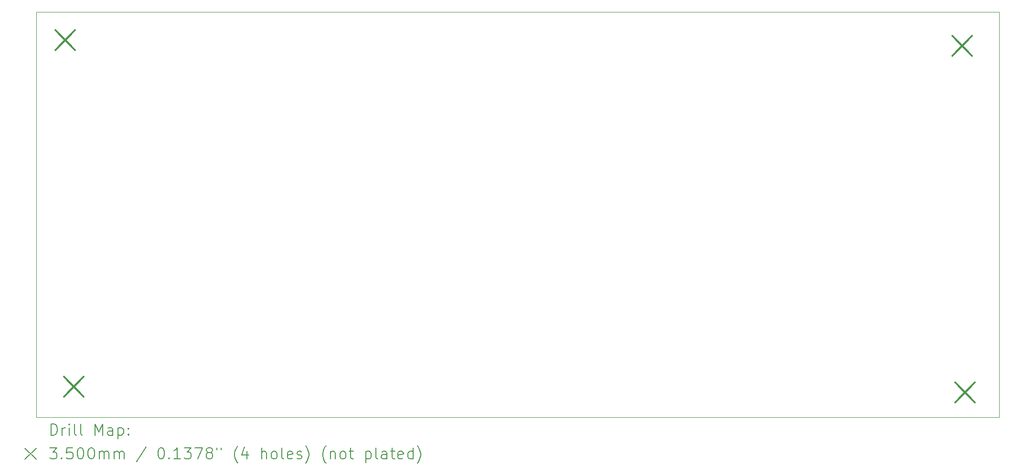
<source format=gbr>
%TF.GenerationSoftware,KiCad,Pcbnew,7.0.5*%
%TF.CreationDate,2024-01-10T23:37:01+05:30*%
%TF.ProjectId,Shutdown Circuit,53687574-646f-4776-9e20-436972637569,rev?*%
%TF.SameCoordinates,Original*%
%TF.FileFunction,Drillmap*%
%TF.FilePolarity,Positive*%
%FSLAX45Y45*%
G04 Gerber Fmt 4.5, Leading zero omitted, Abs format (unit mm)*
G04 Created by KiCad (PCBNEW 7.0.5) date 2024-01-10 23:37:01*
%MOMM*%
%LPD*%
G01*
G04 APERTURE LIST*
%ADD10C,0.100000*%
%ADD11C,0.200000*%
%ADD12C,0.350000*%
G04 APERTURE END LIST*
D10*
X3350260Y-2291080D02*
X20416520Y-2291080D01*
X20416520Y-9484360D01*
X3350260Y-9484360D01*
X3350260Y-2291080D01*
D11*
D12*
X3685800Y-2619000D02*
X4035800Y-2969000D01*
X4035800Y-2619000D02*
X3685800Y-2969000D01*
X3838200Y-8765800D02*
X4188200Y-9115800D01*
X4188200Y-8765800D02*
X3838200Y-9115800D01*
X19586200Y-2720600D02*
X19936200Y-3070600D01*
X19936200Y-2720600D02*
X19586200Y-3070600D01*
X19637000Y-8867400D02*
X19987000Y-9217400D01*
X19987000Y-8867400D02*
X19637000Y-9217400D01*
D11*
X3606037Y-9800844D02*
X3606037Y-9600844D01*
X3606037Y-9600844D02*
X3653656Y-9600844D01*
X3653656Y-9600844D02*
X3682227Y-9610368D01*
X3682227Y-9610368D02*
X3701275Y-9629415D01*
X3701275Y-9629415D02*
X3710799Y-9648463D01*
X3710799Y-9648463D02*
X3720322Y-9686558D01*
X3720322Y-9686558D02*
X3720322Y-9715130D01*
X3720322Y-9715130D02*
X3710799Y-9753225D01*
X3710799Y-9753225D02*
X3701275Y-9772272D01*
X3701275Y-9772272D02*
X3682227Y-9791320D01*
X3682227Y-9791320D02*
X3653656Y-9800844D01*
X3653656Y-9800844D02*
X3606037Y-9800844D01*
X3806037Y-9800844D02*
X3806037Y-9667510D01*
X3806037Y-9705606D02*
X3815561Y-9686558D01*
X3815561Y-9686558D02*
X3825084Y-9677034D01*
X3825084Y-9677034D02*
X3844132Y-9667510D01*
X3844132Y-9667510D02*
X3863180Y-9667510D01*
X3929846Y-9800844D02*
X3929846Y-9667510D01*
X3929846Y-9600844D02*
X3920322Y-9610368D01*
X3920322Y-9610368D02*
X3929846Y-9619891D01*
X3929846Y-9619891D02*
X3939370Y-9610368D01*
X3939370Y-9610368D02*
X3929846Y-9600844D01*
X3929846Y-9600844D02*
X3929846Y-9619891D01*
X4053656Y-9800844D02*
X4034608Y-9791320D01*
X4034608Y-9791320D02*
X4025084Y-9772272D01*
X4025084Y-9772272D02*
X4025084Y-9600844D01*
X4158418Y-9800844D02*
X4139370Y-9791320D01*
X4139370Y-9791320D02*
X4129846Y-9772272D01*
X4129846Y-9772272D02*
X4129846Y-9600844D01*
X4386989Y-9800844D02*
X4386989Y-9600844D01*
X4386989Y-9600844D02*
X4453656Y-9743701D01*
X4453656Y-9743701D02*
X4520323Y-9600844D01*
X4520323Y-9600844D02*
X4520323Y-9800844D01*
X4701275Y-9800844D02*
X4701275Y-9696082D01*
X4701275Y-9696082D02*
X4691751Y-9677034D01*
X4691751Y-9677034D02*
X4672704Y-9667510D01*
X4672704Y-9667510D02*
X4634608Y-9667510D01*
X4634608Y-9667510D02*
X4615561Y-9677034D01*
X4701275Y-9791320D02*
X4682227Y-9800844D01*
X4682227Y-9800844D02*
X4634608Y-9800844D01*
X4634608Y-9800844D02*
X4615561Y-9791320D01*
X4615561Y-9791320D02*
X4606037Y-9772272D01*
X4606037Y-9772272D02*
X4606037Y-9753225D01*
X4606037Y-9753225D02*
X4615561Y-9734177D01*
X4615561Y-9734177D02*
X4634608Y-9724653D01*
X4634608Y-9724653D02*
X4682227Y-9724653D01*
X4682227Y-9724653D02*
X4701275Y-9715130D01*
X4796513Y-9667510D02*
X4796513Y-9867510D01*
X4796513Y-9677034D02*
X4815561Y-9667510D01*
X4815561Y-9667510D02*
X4853656Y-9667510D01*
X4853656Y-9667510D02*
X4872704Y-9677034D01*
X4872704Y-9677034D02*
X4882227Y-9686558D01*
X4882227Y-9686558D02*
X4891751Y-9705606D01*
X4891751Y-9705606D02*
X4891751Y-9762749D01*
X4891751Y-9762749D02*
X4882227Y-9781796D01*
X4882227Y-9781796D02*
X4872704Y-9791320D01*
X4872704Y-9791320D02*
X4853656Y-9800844D01*
X4853656Y-9800844D02*
X4815561Y-9800844D01*
X4815561Y-9800844D02*
X4796513Y-9791320D01*
X4977465Y-9781796D02*
X4986989Y-9791320D01*
X4986989Y-9791320D02*
X4977465Y-9800844D01*
X4977465Y-9800844D02*
X4967942Y-9791320D01*
X4967942Y-9791320D02*
X4977465Y-9781796D01*
X4977465Y-9781796D02*
X4977465Y-9800844D01*
X4977465Y-9677034D02*
X4986989Y-9686558D01*
X4986989Y-9686558D02*
X4977465Y-9696082D01*
X4977465Y-9696082D02*
X4967942Y-9686558D01*
X4967942Y-9686558D02*
X4977465Y-9677034D01*
X4977465Y-9677034D02*
X4977465Y-9696082D01*
X3145260Y-10029360D02*
X3345260Y-10229360D01*
X3345260Y-10029360D02*
X3145260Y-10229360D01*
X3586989Y-10020844D02*
X3710799Y-10020844D01*
X3710799Y-10020844D02*
X3644132Y-10097034D01*
X3644132Y-10097034D02*
X3672703Y-10097034D01*
X3672703Y-10097034D02*
X3691751Y-10106558D01*
X3691751Y-10106558D02*
X3701275Y-10116082D01*
X3701275Y-10116082D02*
X3710799Y-10135130D01*
X3710799Y-10135130D02*
X3710799Y-10182749D01*
X3710799Y-10182749D02*
X3701275Y-10201796D01*
X3701275Y-10201796D02*
X3691751Y-10211320D01*
X3691751Y-10211320D02*
X3672703Y-10220844D01*
X3672703Y-10220844D02*
X3615561Y-10220844D01*
X3615561Y-10220844D02*
X3596513Y-10211320D01*
X3596513Y-10211320D02*
X3586989Y-10201796D01*
X3796513Y-10201796D02*
X3806037Y-10211320D01*
X3806037Y-10211320D02*
X3796513Y-10220844D01*
X3796513Y-10220844D02*
X3786989Y-10211320D01*
X3786989Y-10211320D02*
X3796513Y-10201796D01*
X3796513Y-10201796D02*
X3796513Y-10220844D01*
X3986989Y-10020844D02*
X3891751Y-10020844D01*
X3891751Y-10020844D02*
X3882227Y-10116082D01*
X3882227Y-10116082D02*
X3891751Y-10106558D01*
X3891751Y-10106558D02*
X3910799Y-10097034D01*
X3910799Y-10097034D02*
X3958418Y-10097034D01*
X3958418Y-10097034D02*
X3977465Y-10106558D01*
X3977465Y-10106558D02*
X3986989Y-10116082D01*
X3986989Y-10116082D02*
X3996513Y-10135130D01*
X3996513Y-10135130D02*
X3996513Y-10182749D01*
X3996513Y-10182749D02*
X3986989Y-10201796D01*
X3986989Y-10201796D02*
X3977465Y-10211320D01*
X3977465Y-10211320D02*
X3958418Y-10220844D01*
X3958418Y-10220844D02*
X3910799Y-10220844D01*
X3910799Y-10220844D02*
X3891751Y-10211320D01*
X3891751Y-10211320D02*
X3882227Y-10201796D01*
X4120322Y-10020844D02*
X4139370Y-10020844D01*
X4139370Y-10020844D02*
X4158418Y-10030368D01*
X4158418Y-10030368D02*
X4167942Y-10039891D01*
X4167942Y-10039891D02*
X4177465Y-10058939D01*
X4177465Y-10058939D02*
X4186989Y-10097034D01*
X4186989Y-10097034D02*
X4186989Y-10144653D01*
X4186989Y-10144653D02*
X4177465Y-10182749D01*
X4177465Y-10182749D02*
X4167942Y-10201796D01*
X4167942Y-10201796D02*
X4158418Y-10211320D01*
X4158418Y-10211320D02*
X4139370Y-10220844D01*
X4139370Y-10220844D02*
X4120322Y-10220844D01*
X4120322Y-10220844D02*
X4101275Y-10211320D01*
X4101275Y-10211320D02*
X4091751Y-10201796D01*
X4091751Y-10201796D02*
X4082227Y-10182749D01*
X4082227Y-10182749D02*
X4072703Y-10144653D01*
X4072703Y-10144653D02*
X4072703Y-10097034D01*
X4072703Y-10097034D02*
X4082227Y-10058939D01*
X4082227Y-10058939D02*
X4091751Y-10039891D01*
X4091751Y-10039891D02*
X4101275Y-10030368D01*
X4101275Y-10030368D02*
X4120322Y-10020844D01*
X4310799Y-10020844D02*
X4329846Y-10020844D01*
X4329846Y-10020844D02*
X4348894Y-10030368D01*
X4348894Y-10030368D02*
X4358418Y-10039891D01*
X4358418Y-10039891D02*
X4367942Y-10058939D01*
X4367942Y-10058939D02*
X4377465Y-10097034D01*
X4377465Y-10097034D02*
X4377465Y-10144653D01*
X4377465Y-10144653D02*
X4367942Y-10182749D01*
X4367942Y-10182749D02*
X4358418Y-10201796D01*
X4358418Y-10201796D02*
X4348894Y-10211320D01*
X4348894Y-10211320D02*
X4329846Y-10220844D01*
X4329846Y-10220844D02*
X4310799Y-10220844D01*
X4310799Y-10220844D02*
X4291751Y-10211320D01*
X4291751Y-10211320D02*
X4282227Y-10201796D01*
X4282227Y-10201796D02*
X4272704Y-10182749D01*
X4272704Y-10182749D02*
X4263180Y-10144653D01*
X4263180Y-10144653D02*
X4263180Y-10097034D01*
X4263180Y-10097034D02*
X4272704Y-10058939D01*
X4272704Y-10058939D02*
X4282227Y-10039891D01*
X4282227Y-10039891D02*
X4291751Y-10030368D01*
X4291751Y-10030368D02*
X4310799Y-10020844D01*
X4463180Y-10220844D02*
X4463180Y-10087510D01*
X4463180Y-10106558D02*
X4472704Y-10097034D01*
X4472704Y-10097034D02*
X4491751Y-10087510D01*
X4491751Y-10087510D02*
X4520323Y-10087510D01*
X4520323Y-10087510D02*
X4539370Y-10097034D01*
X4539370Y-10097034D02*
X4548894Y-10116082D01*
X4548894Y-10116082D02*
X4548894Y-10220844D01*
X4548894Y-10116082D02*
X4558418Y-10097034D01*
X4558418Y-10097034D02*
X4577465Y-10087510D01*
X4577465Y-10087510D02*
X4606037Y-10087510D01*
X4606037Y-10087510D02*
X4625085Y-10097034D01*
X4625085Y-10097034D02*
X4634608Y-10116082D01*
X4634608Y-10116082D02*
X4634608Y-10220844D01*
X4729846Y-10220844D02*
X4729846Y-10087510D01*
X4729846Y-10106558D02*
X4739370Y-10097034D01*
X4739370Y-10097034D02*
X4758418Y-10087510D01*
X4758418Y-10087510D02*
X4786989Y-10087510D01*
X4786989Y-10087510D02*
X4806037Y-10097034D01*
X4806037Y-10097034D02*
X4815561Y-10116082D01*
X4815561Y-10116082D02*
X4815561Y-10220844D01*
X4815561Y-10116082D02*
X4825085Y-10097034D01*
X4825085Y-10097034D02*
X4844132Y-10087510D01*
X4844132Y-10087510D02*
X4872704Y-10087510D01*
X4872704Y-10087510D02*
X4891751Y-10097034D01*
X4891751Y-10097034D02*
X4901275Y-10116082D01*
X4901275Y-10116082D02*
X4901275Y-10220844D01*
X5291751Y-10011320D02*
X5120323Y-10268463D01*
X5548894Y-10020844D02*
X5567942Y-10020844D01*
X5567942Y-10020844D02*
X5586989Y-10030368D01*
X5586989Y-10030368D02*
X5596513Y-10039891D01*
X5596513Y-10039891D02*
X5606037Y-10058939D01*
X5606037Y-10058939D02*
X5615561Y-10097034D01*
X5615561Y-10097034D02*
X5615561Y-10144653D01*
X5615561Y-10144653D02*
X5606037Y-10182749D01*
X5606037Y-10182749D02*
X5596513Y-10201796D01*
X5596513Y-10201796D02*
X5586989Y-10211320D01*
X5586989Y-10211320D02*
X5567942Y-10220844D01*
X5567942Y-10220844D02*
X5548894Y-10220844D01*
X5548894Y-10220844D02*
X5529847Y-10211320D01*
X5529847Y-10211320D02*
X5520323Y-10201796D01*
X5520323Y-10201796D02*
X5510799Y-10182749D01*
X5510799Y-10182749D02*
X5501275Y-10144653D01*
X5501275Y-10144653D02*
X5501275Y-10097034D01*
X5501275Y-10097034D02*
X5510799Y-10058939D01*
X5510799Y-10058939D02*
X5520323Y-10039891D01*
X5520323Y-10039891D02*
X5529847Y-10030368D01*
X5529847Y-10030368D02*
X5548894Y-10020844D01*
X5701275Y-10201796D02*
X5710799Y-10211320D01*
X5710799Y-10211320D02*
X5701275Y-10220844D01*
X5701275Y-10220844D02*
X5691751Y-10211320D01*
X5691751Y-10211320D02*
X5701275Y-10201796D01*
X5701275Y-10201796D02*
X5701275Y-10220844D01*
X5901275Y-10220844D02*
X5786989Y-10220844D01*
X5844132Y-10220844D02*
X5844132Y-10020844D01*
X5844132Y-10020844D02*
X5825085Y-10049415D01*
X5825085Y-10049415D02*
X5806037Y-10068463D01*
X5806037Y-10068463D02*
X5786989Y-10077987D01*
X5967942Y-10020844D02*
X6091751Y-10020844D01*
X6091751Y-10020844D02*
X6025085Y-10097034D01*
X6025085Y-10097034D02*
X6053656Y-10097034D01*
X6053656Y-10097034D02*
X6072704Y-10106558D01*
X6072704Y-10106558D02*
X6082227Y-10116082D01*
X6082227Y-10116082D02*
X6091751Y-10135130D01*
X6091751Y-10135130D02*
X6091751Y-10182749D01*
X6091751Y-10182749D02*
X6082227Y-10201796D01*
X6082227Y-10201796D02*
X6072704Y-10211320D01*
X6072704Y-10211320D02*
X6053656Y-10220844D01*
X6053656Y-10220844D02*
X5996513Y-10220844D01*
X5996513Y-10220844D02*
X5977466Y-10211320D01*
X5977466Y-10211320D02*
X5967942Y-10201796D01*
X6158418Y-10020844D02*
X6291751Y-10020844D01*
X6291751Y-10020844D02*
X6206037Y-10220844D01*
X6396513Y-10106558D02*
X6377466Y-10097034D01*
X6377466Y-10097034D02*
X6367942Y-10087510D01*
X6367942Y-10087510D02*
X6358418Y-10068463D01*
X6358418Y-10068463D02*
X6358418Y-10058939D01*
X6358418Y-10058939D02*
X6367942Y-10039891D01*
X6367942Y-10039891D02*
X6377466Y-10030368D01*
X6377466Y-10030368D02*
X6396513Y-10020844D01*
X6396513Y-10020844D02*
X6434608Y-10020844D01*
X6434608Y-10020844D02*
X6453656Y-10030368D01*
X6453656Y-10030368D02*
X6463180Y-10039891D01*
X6463180Y-10039891D02*
X6472704Y-10058939D01*
X6472704Y-10058939D02*
X6472704Y-10068463D01*
X6472704Y-10068463D02*
X6463180Y-10087510D01*
X6463180Y-10087510D02*
X6453656Y-10097034D01*
X6453656Y-10097034D02*
X6434608Y-10106558D01*
X6434608Y-10106558D02*
X6396513Y-10106558D01*
X6396513Y-10106558D02*
X6377466Y-10116082D01*
X6377466Y-10116082D02*
X6367942Y-10125606D01*
X6367942Y-10125606D02*
X6358418Y-10144653D01*
X6358418Y-10144653D02*
X6358418Y-10182749D01*
X6358418Y-10182749D02*
X6367942Y-10201796D01*
X6367942Y-10201796D02*
X6377466Y-10211320D01*
X6377466Y-10211320D02*
X6396513Y-10220844D01*
X6396513Y-10220844D02*
X6434608Y-10220844D01*
X6434608Y-10220844D02*
X6453656Y-10211320D01*
X6453656Y-10211320D02*
X6463180Y-10201796D01*
X6463180Y-10201796D02*
X6472704Y-10182749D01*
X6472704Y-10182749D02*
X6472704Y-10144653D01*
X6472704Y-10144653D02*
X6463180Y-10125606D01*
X6463180Y-10125606D02*
X6453656Y-10116082D01*
X6453656Y-10116082D02*
X6434608Y-10106558D01*
X6548894Y-10020844D02*
X6548894Y-10058939D01*
X6625085Y-10020844D02*
X6625085Y-10058939D01*
X6920323Y-10297034D02*
X6910799Y-10287510D01*
X6910799Y-10287510D02*
X6891751Y-10258939D01*
X6891751Y-10258939D02*
X6882228Y-10239891D01*
X6882228Y-10239891D02*
X6872704Y-10211320D01*
X6872704Y-10211320D02*
X6863180Y-10163701D01*
X6863180Y-10163701D02*
X6863180Y-10125606D01*
X6863180Y-10125606D02*
X6872704Y-10077987D01*
X6872704Y-10077987D02*
X6882228Y-10049415D01*
X6882228Y-10049415D02*
X6891751Y-10030368D01*
X6891751Y-10030368D02*
X6910799Y-10001796D01*
X6910799Y-10001796D02*
X6920323Y-9992272D01*
X7082228Y-10087510D02*
X7082228Y-10220844D01*
X7034608Y-10011320D02*
X6986989Y-10154177D01*
X6986989Y-10154177D02*
X7110799Y-10154177D01*
X7339370Y-10220844D02*
X7339370Y-10020844D01*
X7425085Y-10220844D02*
X7425085Y-10116082D01*
X7425085Y-10116082D02*
X7415561Y-10097034D01*
X7415561Y-10097034D02*
X7396513Y-10087510D01*
X7396513Y-10087510D02*
X7367942Y-10087510D01*
X7367942Y-10087510D02*
X7348894Y-10097034D01*
X7348894Y-10097034D02*
X7339370Y-10106558D01*
X7548894Y-10220844D02*
X7529847Y-10211320D01*
X7529847Y-10211320D02*
X7520323Y-10201796D01*
X7520323Y-10201796D02*
X7510799Y-10182749D01*
X7510799Y-10182749D02*
X7510799Y-10125606D01*
X7510799Y-10125606D02*
X7520323Y-10106558D01*
X7520323Y-10106558D02*
X7529847Y-10097034D01*
X7529847Y-10097034D02*
X7548894Y-10087510D01*
X7548894Y-10087510D02*
X7577466Y-10087510D01*
X7577466Y-10087510D02*
X7596513Y-10097034D01*
X7596513Y-10097034D02*
X7606037Y-10106558D01*
X7606037Y-10106558D02*
X7615561Y-10125606D01*
X7615561Y-10125606D02*
X7615561Y-10182749D01*
X7615561Y-10182749D02*
X7606037Y-10201796D01*
X7606037Y-10201796D02*
X7596513Y-10211320D01*
X7596513Y-10211320D02*
X7577466Y-10220844D01*
X7577466Y-10220844D02*
X7548894Y-10220844D01*
X7729847Y-10220844D02*
X7710799Y-10211320D01*
X7710799Y-10211320D02*
X7701275Y-10192272D01*
X7701275Y-10192272D02*
X7701275Y-10020844D01*
X7882228Y-10211320D02*
X7863180Y-10220844D01*
X7863180Y-10220844D02*
X7825085Y-10220844D01*
X7825085Y-10220844D02*
X7806037Y-10211320D01*
X7806037Y-10211320D02*
X7796513Y-10192272D01*
X7796513Y-10192272D02*
X7796513Y-10116082D01*
X7796513Y-10116082D02*
X7806037Y-10097034D01*
X7806037Y-10097034D02*
X7825085Y-10087510D01*
X7825085Y-10087510D02*
X7863180Y-10087510D01*
X7863180Y-10087510D02*
X7882228Y-10097034D01*
X7882228Y-10097034D02*
X7891751Y-10116082D01*
X7891751Y-10116082D02*
X7891751Y-10135130D01*
X7891751Y-10135130D02*
X7796513Y-10154177D01*
X7967942Y-10211320D02*
X7986990Y-10220844D01*
X7986990Y-10220844D02*
X8025085Y-10220844D01*
X8025085Y-10220844D02*
X8044132Y-10211320D01*
X8044132Y-10211320D02*
X8053656Y-10192272D01*
X8053656Y-10192272D02*
X8053656Y-10182749D01*
X8053656Y-10182749D02*
X8044132Y-10163701D01*
X8044132Y-10163701D02*
X8025085Y-10154177D01*
X8025085Y-10154177D02*
X7996513Y-10154177D01*
X7996513Y-10154177D02*
X7977466Y-10144653D01*
X7977466Y-10144653D02*
X7967942Y-10125606D01*
X7967942Y-10125606D02*
X7967942Y-10116082D01*
X7967942Y-10116082D02*
X7977466Y-10097034D01*
X7977466Y-10097034D02*
X7996513Y-10087510D01*
X7996513Y-10087510D02*
X8025085Y-10087510D01*
X8025085Y-10087510D02*
X8044132Y-10097034D01*
X8120323Y-10297034D02*
X8129847Y-10287510D01*
X8129847Y-10287510D02*
X8148894Y-10258939D01*
X8148894Y-10258939D02*
X8158418Y-10239891D01*
X8158418Y-10239891D02*
X8167942Y-10211320D01*
X8167942Y-10211320D02*
X8177466Y-10163701D01*
X8177466Y-10163701D02*
X8177466Y-10125606D01*
X8177466Y-10125606D02*
X8167942Y-10077987D01*
X8167942Y-10077987D02*
X8158418Y-10049415D01*
X8158418Y-10049415D02*
X8148894Y-10030368D01*
X8148894Y-10030368D02*
X8129847Y-10001796D01*
X8129847Y-10001796D02*
X8120323Y-9992272D01*
X8482228Y-10297034D02*
X8472704Y-10287510D01*
X8472704Y-10287510D02*
X8453656Y-10258939D01*
X8453656Y-10258939D02*
X8444133Y-10239891D01*
X8444133Y-10239891D02*
X8434609Y-10211320D01*
X8434609Y-10211320D02*
X8425085Y-10163701D01*
X8425085Y-10163701D02*
X8425085Y-10125606D01*
X8425085Y-10125606D02*
X8434609Y-10077987D01*
X8434609Y-10077987D02*
X8444133Y-10049415D01*
X8444133Y-10049415D02*
X8453656Y-10030368D01*
X8453656Y-10030368D02*
X8472704Y-10001796D01*
X8472704Y-10001796D02*
X8482228Y-9992272D01*
X8558418Y-10087510D02*
X8558418Y-10220844D01*
X8558418Y-10106558D02*
X8567942Y-10097034D01*
X8567942Y-10097034D02*
X8586990Y-10087510D01*
X8586990Y-10087510D02*
X8615561Y-10087510D01*
X8615561Y-10087510D02*
X8634609Y-10097034D01*
X8634609Y-10097034D02*
X8644133Y-10116082D01*
X8644133Y-10116082D02*
X8644133Y-10220844D01*
X8767942Y-10220844D02*
X8748894Y-10211320D01*
X8748894Y-10211320D02*
X8739371Y-10201796D01*
X8739371Y-10201796D02*
X8729847Y-10182749D01*
X8729847Y-10182749D02*
X8729847Y-10125606D01*
X8729847Y-10125606D02*
X8739371Y-10106558D01*
X8739371Y-10106558D02*
X8748894Y-10097034D01*
X8748894Y-10097034D02*
X8767942Y-10087510D01*
X8767942Y-10087510D02*
X8796514Y-10087510D01*
X8796514Y-10087510D02*
X8815561Y-10097034D01*
X8815561Y-10097034D02*
X8825085Y-10106558D01*
X8825085Y-10106558D02*
X8834609Y-10125606D01*
X8834609Y-10125606D02*
X8834609Y-10182749D01*
X8834609Y-10182749D02*
X8825085Y-10201796D01*
X8825085Y-10201796D02*
X8815561Y-10211320D01*
X8815561Y-10211320D02*
X8796514Y-10220844D01*
X8796514Y-10220844D02*
X8767942Y-10220844D01*
X8891752Y-10087510D02*
X8967942Y-10087510D01*
X8920323Y-10020844D02*
X8920323Y-10192272D01*
X8920323Y-10192272D02*
X8929847Y-10211320D01*
X8929847Y-10211320D02*
X8948894Y-10220844D01*
X8948894Y-10220844D02*
X8967942Y-10220844D01*
X9186990Y-10087510D02*
X9186990Y-10287510D01*
X9186990Y-10097034D02*
X9206037Y-10087510D01*
X9206037Y-10087510D02*
X9244133Y-10087510D01*
X9244133Y-10087510D02*
X9263180Y-10097034D01*
X9263180Y-10097034D02*
X9272704Y-10106558D01*
X9272704Y-10106558D02*
X9282228Y-10125606D01*
X9282228Y-10125606D02*
X9282228Y-10182749D01*
X9282228Y-10182749D02*
X9272704Y-10201796D01*
X9272704Y-10201796D02*
X9263180Y-10211320D01*
X9263180Y-10211320D02*
X9244133Y-10220844D01*
X9244133Y-10220844D02*
X9206037Y-10220844D01*
X9206037Y-10220844D02*
X9186990Y-10211320D01*
X9396514Y-10220844D02*
X9377466Y-10211320D01*
X9377466Y-10211320D02*
X9367942Y-10192272D01*
X9367942Y-10192272D02*
X9367942Y-10020844D01*
X9558418Y-10220844D02*
X9558418Y-10116082D01*
X9558418Y-10116082D02*
X9548895Y-10097034D01*
X9548895Y-10097034D02*
X9529847Y-10087510D01*
X9529847Y-10087510D02*
X9491752Y-10087510D01*
X9491752Y-10087510D02*
X9472704Y-10097034D01*
X9558418Y-10211320D02*
X9539371Y-10220844D01*
X9539371Y-10220844D02*
X9491752Y-10220844D01*
X9491752Y-10220844D02*
X9472704Y-10211320D01*
X9472704Y-10211320D02*
X9463180Y-10192272D01*
X9463180Y-10192272D02*
X9463180Y-10173225D01*
X9463180Y-10173225D02*
X9472704Y-10154177D01*
X9472704Y-10154177D02*
X9491752Y-10144653D01*
X9491752Y-10144653D02*
X9539371Y-10144653D01*
X9539371Y-10144653D02*
X9558418Y-10135130D01*
X9625085Y-10087510D02*
X9701275Y-10087510D01*
X9653656Y-10020844D02*
X9653656Y-10192272D01*
X9653656Y-10192272D02*
X9663180Y-10211320D01*
X9663180Y-10211320D02*
X9682228Y-10220844D01*
X9682228Y-10220844D02*
X9701275Y-10220844D01*
X9844133Y-10211320D02*
X9825085Y-10220844D01*
X9825085Y-10220844D02*
X9786990Y-10220844D01*
X9786990Y-10220844D02*
X9767942Y-10211320D01*
X9767942Y-10211320D02*
X9758418Y-10192272D01*
X9758418Y-10192272D02*
X9758418Y-10116082D01*
X9758418Y-10116082D02*
X9767942Y-10097034D01*
X9767942Y-10097034D02*
X9786990Y-10087510D01*
X9786990Y-10087510D02*
X9825085Y-10087510D01*
X9825085Y-10087510D02*
X9844133Y-10097034D01*
X9844133Y-10097034D02*
X9853656Y-10116082D01*
X9853656Y-10116082D02*
X9853656Y-10135130D01*
X9853656Y-10135130D02*
X9758418Y-10154177D01*
X10025085Y-10220844D02*
X10025085Y-10020844D01*
X10025085Y-10211320D02*
X10006037Y-10220844D01*
X10006037Y-10220844D02*
X9967942Y-10220844D01*
X9967942Y-10220844D02*
X9948895Y-10211320D01*
X9948895Y-10211320D02*
X9939371Y-10201796D01*
X9939371Y-10201796D02*
X9929847Y-10182749D01*
X9929847Y-10182749D02*
X9929847Y-10125606D01*
X9929847Y-10125606D02*
X9939371Y-10106558D01*
X9939371Y-10106558D02*
X9948895Y-10097034D01*
X9948895Y-10097034D02*
X9967942Y-10087510D01*
X9967942Y-10087510D02*
X10006037Y-10087510D01*
X10006037Y-10087510D02*
X10025085Y-10097034D01*
X10101276Y-10297034D02*
X10110799Y-10287510D01*
X10110799Y-10287510D02*
X10129847Y-10258939D01*
X10129847Y-10258939D02*
X10139371Y-10239891D01*
X10139371Y-10239891D02*
X10148895Y-10211320D01*
X10148895Y-10211320D02*
X10158418Y-10163701D01*
X10158418Y-10163701D02*
X10158418Y-10125606D01*
X10158418Y-10125606D02*
X10148895Y-10077987D01*
X10148895Y-10077987D02*
X10139371Y-10049415D01*
X10139371Y-10049415D02*
X10129847Y-10030368D01*
X10129847Y-10030368D02*
X10110799Y-10001796D01*
X10110799Y-10001796D02*
X10101276Y-9992272D01*
M02*

</source>
